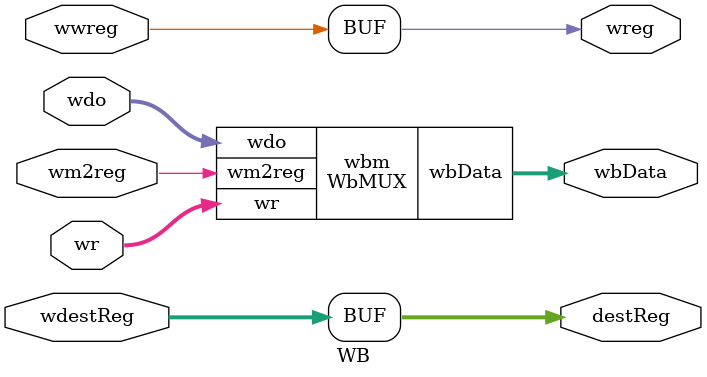
<source format=v>
`timescale 1ns / 1ps
module WbMUX(
    input wm2reg,
    input [31:0] wr,
    input [31:0] wdo,
    
    output [31:0] wbData
);

assign wbData = wm2reg ? wdo : wr;

endmodule


module WB(
    input wwreg,
    input wm2reg,
    input [4:0] wdestReg,
    input [31:0] wr,
    input [31:0] wdo,
   
    output wreg,
    output [4:0] destReg,
    output [31:0] wbData
);

assign wreg = wwreg;
assign destReg = wdestReg;
WbMUX wbm(wm2reg, wr, wdo, wbData);

endmodule

</source>
